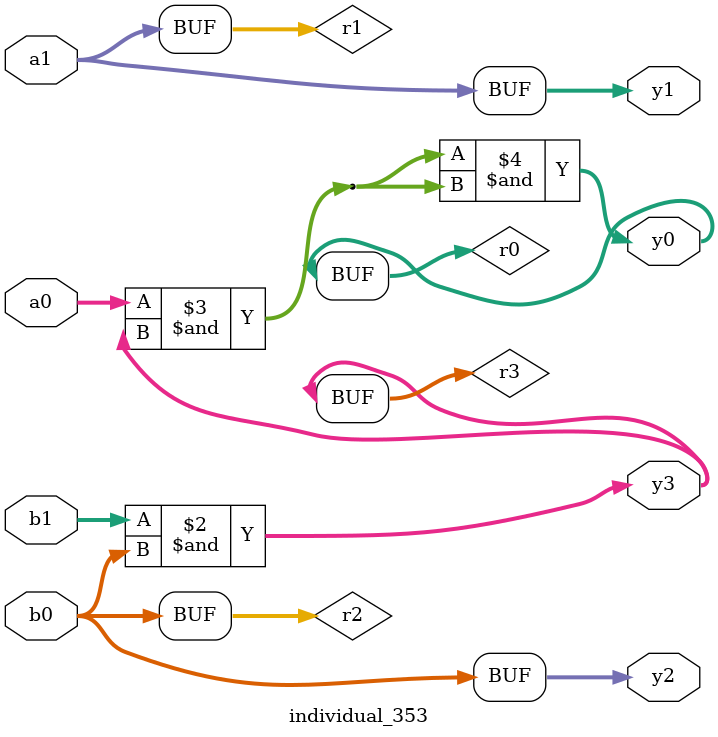
<source format=sv>
module individual_353(input logic [15:0] a1, input logic [15:0] a0, input logic [15:0] b1, input logic [15:0] b0, output logic [15:0] y3, output logic [15:0] y2, output logic [15:0] y1, output logic [15:0] y0);
logic [15:0] r0, r1, r2, r3; 
 always@(*) begin 
	 r0 = a0; r1 = a1; r2 = b0; r3 = b1; 
 	 r3  &=  r2 ;
 	 r0  &=  r3 ;
 	 r0  &=  r0 ;
 	 y3 = r3; y2 = r2; y1 = r1; y0 = r0; 
end
endmodule
</source>
